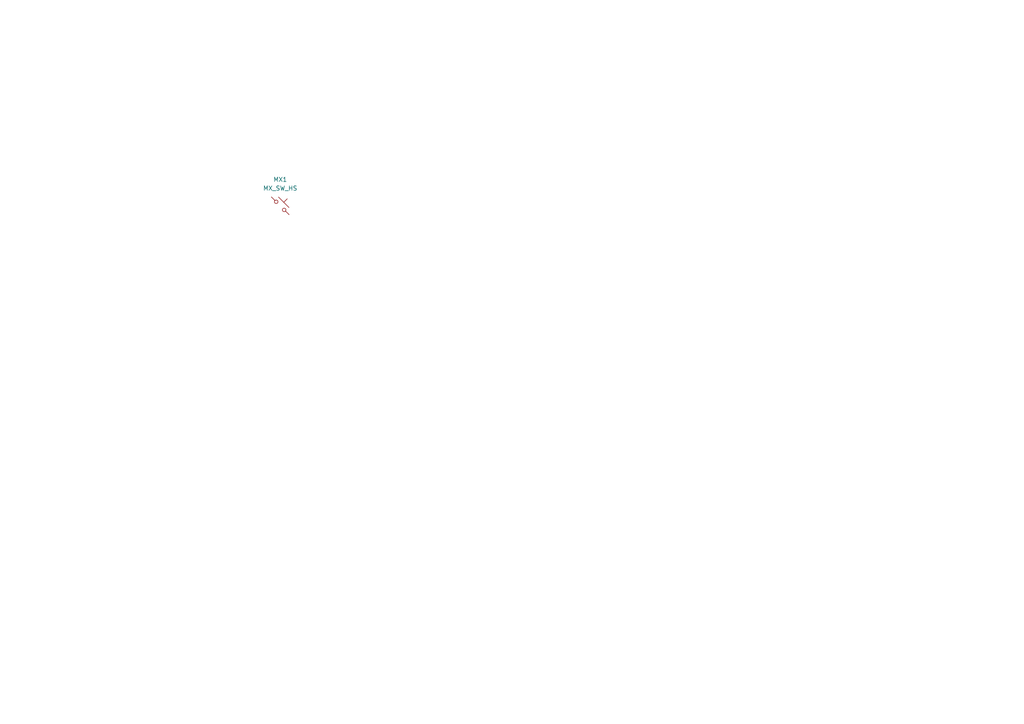
<source format=kicad_sch>
(kicad_sch
	(version 20231120)
	(generator "eeschema")
	(generator_version "8.0")
	(uuid "8332553d-f781-49bd-a67c-c6e7f240ddf4")
	(paper "A4")
	(lib_symbols
		(symbol "PCM_marbastlib-mx:MX_SW_HS_CPG151101S11"
			(pin_numbers hide)
			(pin_names
				(offset 1.016) hide)
			(exclude_from_sim no)
			(in_bom yes)
			(on_board yes)
			(property "Reference" "MX"
				(at 3.048 1.016 0)
				(effects
					(font
						(size 1.27 1.27)
					)
					(justify left)
				)
			)
			(property "Value" "MX_SW_HS"
				(at 0 -3.81 0)
				(effects
					(font
						(size 1.27 1.27)
					)
				)
			)
			(property "Footprint" "PCM_marbastlib-mx:SW_MX_HS_CPG151101S11_1u"
				(at 0 0 0)
				(effects
					(font
						(size 1.27 1.27)
					)
					(hide yes)
				)
			)
			(property "Datasheet" "~"
				(at 0 0 0)
				(effects
					(font
						(size 1.27 1.27)
					)
					(hide yes)
				)
			)
			(property "Description" "Push button switch, normally open, two pins, 45° tilted, Kailh CPG151101S11 for Cherry MX style switches"
				(at 0 0 0)
				(effects
					(font
						(size 1.27 1.27)
					)
					(hide yes)
				)
			)
			(property "ki_keywords" "switch normally-open pushbutton push-button"
				(at 0 0 0)
				(effects
					(font
						(size 1.27 1.27)
					)
					(hide yes)
				)
			)
			(symbol "MX_SW_HS_CPG151101S11_0_1"
				(circle
					(center -1.1684 1.1684)
					(radius 0.508)
					(stroke
						(width 0)
						(type default)
					)
					(fill
						(type none)
					)
				)
				(polyline
					(pts
						(xy -0.508 2.54) (xy 2.54 -0.508)
					)
					(stroke
						(width 0)
						(type default)
					)
					(fill
						(type none)
					)
				)
				(polyline
					(pts
						(xy 1.016 1.016) (xy 2.032 2.032)
					)
					(stroke
						(width 0)
						(type default)
					)
					(fill
						(type none)
					)
				)
				(polyline
					(pts
						(xy -2.54 2.54) (xy -1.524 1.524) (xy -1.524 1.524)
					)
					(stroke
						(width 0)
						(type default)
					)
					(fill
						(type none)
					)
				)
				(polyline
					(pts
						(xy 1.524 -1.524) (xy 2.54 -2.54) (xy 2.54 -2.54) (xy 2.54 -2.54)
					)
					(stroke
						(width 0)
						(type default)
					)
					(fill
						(type none)
					)
				)
				(circle
					(center 1.143 -1.1938)
					(radius 0.508)
					(stroke
						(width 0)
						(type default)
					)
					(fill
						(type none)
					)
				)
				(pin passive line
					(at -2.54 2.54 0)
					(length 0)
					(name "1"
						(effects
							(font
								(size 1.27 1.27)
							)
						)
					)
					(number "1"
						(effects
							(font
								(size 1.27 1.27)
							)
						)
					)
				)
				(pin passive line
					(at 2.54 -2.54 180)
					(length 0)
					(name "2"
						(effects
							(font
								(size 1.27 1.27)
							)
						)
					)
					(number "2"
						(effects
							(font
								(size 1.27 1.27)
							)
						)
					)
				)
			)
		)
	)
	(symbol
		(lib_id "PCM_marbastlib-mx:MX_SW_HS_CPG151101S11")
		(at 81.28 59.69 0)
		(unit 1)
		(exclude_from_sim no)
		(in_bom yes)
		(on_board yes)
		(dnp no)
		(fields_autoplaced yes)
		(uuid "c605429e-c547-45c2-94fb-64857f9c87a7")
		(property "Reference" "MX1"
			(at 81.28 52.07 0)
			(effects
				(font
					(size 1.27 1.27)
				)
			)
		)
		(property "Value" "MX_SW_HS"
			(at 81.28 54.61 0)
			(effects
				(font
					(size 1.27 1.27)
				)
			)
		)
		(property "Footprint" "PCM_marbastlib-mx:SW_MX_HS_CPG151101S11_1u"
			(at 81.28 59.69 0)
			(effects
				(font
					(size 1.27 1.27)
				)
				(hide yes)
			)
		)
		(property "Datasheet" "~"
			(at 81.28 59.69 0)
			(effects
				(font
					(size 1.27 1.27)
				)
				(hide yes)
			)
		)
		(property "Description" "Push button switch, normally open, two pins, 45° tilted, Kailh CPG151101S11 for Cherry MX style switches"
			(at 81.28 59.69 0)
			(effects
				(font
					(size 1.27 1.27)
				)
				(hide yes)
			)
		)
		(pin "1"
			(uuid "460c94f7-968b-4e1d-9fda-e689fbc2825f")
		)
		(pin "2"
			(uuid "910c07bf-c32b-440c-bede-7a1e7812442e")
		)
		(instances
			(project ""
				(path "/4d291fcf-fdf2-46ba-aa57-60bc75f9cc32/83c2f65f-b75c-47a6-bfef-d63d9381f420"
					(reference "MX1")
					(unit 1)
				)
			)
		)
	)
)

</source>
